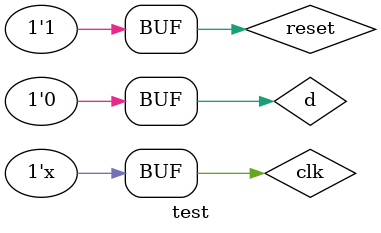
<source format=v>
module D_flip_flap(Q , D , clk , reset);
 input D , clk , reset;
 output Q;
 wire w;
 assign w = reset ? 0 : (clk ? D : w);
 assign Q = reset ? 0 : (clk ? Q : w);
endmodule

module test;
wire q;
reg d , clk , reset;

D_flip_flap mem(q , d , clk , reset);

always #2 clk = ~clk;
initial
 begin
  clk = 1;
  #2 d = 1; reset = 0;
  #8 d = 0; reset = 1; 
 end
endmodule

</source>
